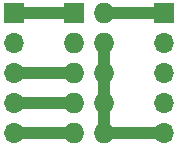
<source format=gbl>
%TF.GenerationSoftware,KiCad,Pcbnew,5.1.4-3.fc31*%
%TF.CreationDate,2019-11-17T16:10:24+01:00*%
%TF.ProjectId,avr-isp-to-pcb-adapter,6176722d-6973-4702-9d74-6f2d7063622d,1.0*%
%TF.SameCoordinates,PX76b1be0PY53920b0*%
%TF.FileFunction,Copper,L2,Bot*%
%TF.FilePolarity,Positive*%
%FSLAX46Y46*%
G04 Gerber Fmt 4.6, Leading zero omitted, Abs format (unit mm)*
G04 Created by KiCad (PCBNEW 5.1.4-3.fc31) date 2019-11-17 16:10:24*
%MOMM*%
%LPD*%
G04 APERTURE LIST*
%TA.AperFunction,ComponentPad*%
%ADD10R,1.727200X1.727200*%
%TD*%
%TA.AperFunction,ComponentPad*%
%ADD11O,1.727200X1.727200*%
%TD*%
%TA.AperFunction,ComponentPad*%
%ADD12R,1.700000X1.700000*%
%TD*%
%TA.AperFunction,ComponentPad*%
%ADD13O,1.700000X1.700000*%
%TD*%
%TA.AperFunction,Conductor*%
%ADD14C,1.000000*%
%TD*%
G04 APERTURE END LIST*
D10*
%TO.P,J1,1*%
%TO.N,/MOSI*%
X7620000Y16510000D03*
D11*
%TO.P,J1,2*%
%TO.N,/VCC*%
X10160000Y16510000D03*
%TO.P,J1,3*%
%TO.N,Net-(J1-Pad3)*%
X7620000Y13970000D03*
%TO.P,J1,4*%
%TO.N,/GND*%
X10160000Y13970000D03*
%TO.P,J1,5*%
%TO.N,/RST*%
X7620000Y11430000D03*
%TO.P,J1,6*%
%TO.N,/GND*%
X10160000Y11430000D03*
%TO.P,J1,7*%
%TO.N,/SCK*%
X7620000Y8890000D03*
%TO.P,J1,8*%
%TO.N,/GND*%
X10160000Y8890000D03*
%TO.P,J1,9*%
%TO.N,/MISO*%
X7620000Y6350000D03*
%TO.P,J1,10*%
%TO.N,/GND*%
X10160000Y6350000D03*
%TD*%
D12*
%TO.P,J2,1*%
%TO.N,/MOSI*%
X2540000Y16510000D03*
D13*
%TO.P,J2,2*%
%TO.N,Net-(J2-Pad2)*%
X2540000Y13970000D03*
%TO.P,J2,3*%
%TO.N,/RST*%
X2540000Y11430000D03*
%TO.P,J2,4*%
%TO.N,/SCK*%
X2540000Y8890000D03*
%TO.P,J2,5*%
%TO.N,/MISO*%
X2540000Y6350000D03*
%TD*%
%TO.P,J3,5*%
%TO.N,/GND*%
X15240000Y6350000D03*
%TO.P,J3,4*%
%TO.N,Net-(J3-Pad4)*%
X15240000Y8890000D03*
%TO.P,J3,3*%
%TO.N,Net-(J3-Pad3)*%
X15240000Y11430000D03*
%TO.P,J3,2*%
%TO.N,Net-(J3-Pad2)*%
X15240000Y13970000D03*
D12*
%TO.P,J3,1*%
%TO.N,/VCC*%
X15240000Y16510000D03*
%TD*%
D14*
%TO.N,/MOSI*%
X2540000Y16510000D02*
X7620000Y16510000D01*
%TO.N,/VCC*%
X10160000Y16510000D02*
X15240000Y16510000D01*
%TO.N,/GND*%
X10160000Y13970000D02*
X10160000Y6350000D01*
X10160000Y6350000D02*
X15240000Y6350000D01*
%TO.N,/RST*%
X2540000Y11430000D02*
X7620000Y11430000D01*
%TO.N,/SCK*%
X2540000Y8890000D02*
X7620000Y8890000D01*
%TO.N,/MISO*%
X2540000Y6350000D02*
X7620000Y6350000D01*
%TD*%
M02*

</source>
